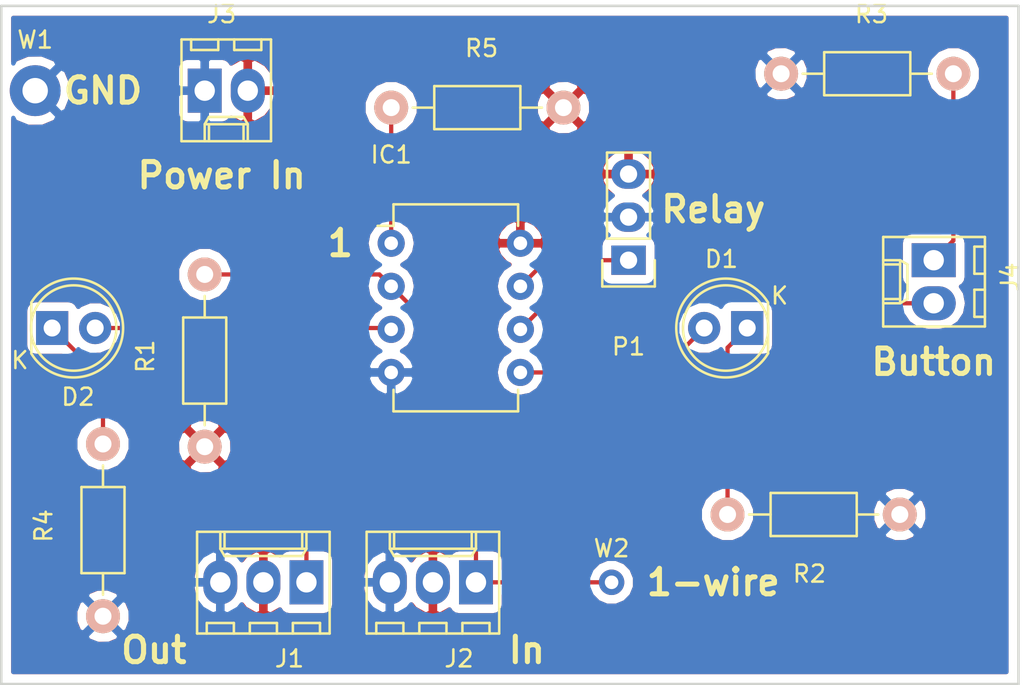
<source format=kicad_pcb>
(kicad_pcb (version 4) (host pcbnew 4.0.5+dfsg1-4)

  (general
    (links 26)
    (no_connects 0)
    (area 145.924999 100.924999 206.075001 141.075001)
    (thickness 1.6)
    (drawings 12)
    (tracks 26)
    (zones 0)
    (modules 15)
    (nets 12)
  )

  (page A4)
  (layers
    (0 F.Cu signal)
    (31 B.Cu signal)
    (32 B.Adhes user)
    (33 F.Adhes user)
    (34 B.Paste user)
    (35 F.Paste user)
    (36 B.SilkS user)
    (37 F.SilkS user)
    (38 B.Mask user)
    (39 F.Mask user)
    (40 Dwgs.User user)
    (41 Cmts.User user)
    (42 Eco1.User user)
    (43 Eco2.User user)
    (44 Edge.Cuts user)
    (45 Margin user)
    (46 B.CrtYd user)
    (47 F.CrtYd user)
    (48 B.Fab user)
    (49 F.Fab user)
  )

  (setup
    (last_trace_width 0.25)
    (trace_clearance 0.2)
    (zone_clearance 0.508)
    (zone_45_only no)
    (trace_min 0.2)
    (segment_width 0.2)
    (edge_width 0.15)
    (via_size 0.6)
    (via_drill 0.4)
    (via_min_size 0.4)
    (via_min_drill 0.3)
    (uvia_size 0.3)
    (uvia_drill 0.1)
    (uvias_allowed no)
    (uvia_min_size 0)
    (uvia_min_drill 0)
    (pcb_text_width 0.3)
    (pcb_text_size 1.5 1.5)
    (mod_edge_width 0.15)
    (mod_text_size 1 1)
    (mod_text_width 0.15)
    (pad_size 1.524 1.524)
    (pad_drill 0.762)
    (pad_to_mask_clearance 0.2)
    (aux_axis_origin 0 0)
    (visible_elements FFFFFF7F)
    (pcbplotparams
      (layerselection 0x00030_80000001)
      (usegerberextensions false)
      (excludeedgelayer true)
      (linewidth 0.100000)
      (plotframeref false)
      (viasonmask false)
      (mode 1)
      (useauxorigin false)
      (hpglpennumber 1)
      (hpglpenspeed 20)
      (hpglpendiameter 15)
      (hpglpenoverlay 2)
      (psnegative false)
      (psa4output false)
      (plotreference true)
      (plotvalue true)
      (plotinvisibletext false)
      (padsonsilk false)
      (subtractmaskfromsilk false)
      (outputformat 1)
      (mirror false)
      (drillshape 1)
      (scaleselection 1)
      (outputdirectory ""))
  )

  (net 0 "")
  (net 1 "Net-(D1-Pad1)")
  (net 2 "Net-(D1-Pad2)")
  (net 3 "Net-(D2-Pad1)")
  (net 4 "Net-(D2-Pad2)")
  (net 5 GND)
  (net 6 "Net-(IC1-Pad2)")
  (net 7 "Net-(IC1-Pad6)")
  (net 8 "Net-(IC1-Pad7)")
  (net 9 +5V)
  (net 10 "Net-(J4-Pad1)")
  (net 11 "Net-(IC1-Pad1)")

  (net_class Default "This is the default net class."
    (clearance 0.2)
    (trace_width 0.25)
    (via_dia 0.6)
    (via_drill 0.4)
    (uvia_dia 0.3)
    (uvia_drill 0.1)
    (add_net +5V)
    (add_net GND)
    (add_net "Net-(D1-Pad1)")
    (add_net "Net-(D1-Pad2)")
    (add_net "Net-(D2-Pad1)")
    (add_net "Net-(D2-Pad2)")
    (add_net "Net-(IC1-Pad1)")
    (add_net "Net-(IC1-Pad2)")
    (add_net "Net-(IC1-Pad6)")
    (add_net "Net-(IC1-Pad7)")
    (add_net "Net-(J4-Pad1)")
  )

  (module LEDs:LED-5MM (layer F.Cu) (tedit 5570F7EA) (tstamp 5B3AC031)
    (at 149 120)
    (descr "LED 5mm round vertical")
    (tags "LED 5mm round vertical")
    (path /5B2C6DB3)
    (fp_text reference D2 (at 1.524 4.064) (layer F.SilkS)
      (effects (font (size 1 1) (thickness 0.15)))
    )
    (fp_text value LED (at 1.524 -3.937) (layer F.Fab)
      (effects (font (size 1 1) (thickness 0.15)))
    )
    (fp_line (start -1.5 -1.55) (end -1.5 1.55) (layer F.CrtYd) (width 0.05))
    (fp_arc (start 1.3 0) (end -1.5 1.55) (angle -302) (layer F.CrtYd) (width 0.05))
    (fp_arc (start 1.27 0) (end -1.23 -1.5) (angle 297.5) (layer F.SilkS) (width 0.15))
    (fp_line (start -1.23 1.5) (end -1.23 -1.5) (layer F.SilkS) (width 0.15))
    (fp_circle (center 1.27 0) (end 0.97 -2.5) (layer F.SilkS) (width 0.15))
    (fp_text user K (at -1.905 1.905) (layer F.SilkS)
      (effects (font (size 1 1) (thickness 0.15)))
    )
    (pad 1 thru_hole rect (at 0 0 90) (size 2 1.9) (drill 1.00076) (layers *.Cu *.Mask)
      (net 3 "Net-(D2-Pad1)"))
    (pad 2 thru_hole circle (at 2.54 0) (size 1.9 1.9) (drill 1.00076) (layers *.Cu *.Mask)
      (net 4 "Net-(D2-Pad2)"))
    (model LEDs.3dshapes/LED-5MM.wrl
      (at (xyz 0.05 0 0))
      (scale (xyz 1 1 1))
      (rotate (xyz 0 0 90))
    )
  )

  (module Resistors_ThroughHole:Resistor_Horizontal_RM10mm (layer F.Cu) (tedit 56648415) (tstamp 5B3AC16D)
    (at 158 127 90)
    (descr "Resistor, Axial,  RM 10mm, 1/3W")
    (tags "Resistor Axial RM 10mm 1/3W")
    (path /5B2C1A2D)
    (fp_text reference R1 (at 5.32892 -3.50012 90) (layer F.SilkS)
      (effects (font (size 1 1) (thickness 0.15)))
    )
    (fp_text value 4.7k (at 5.08 3.81 90) (layer F.Fab)
      (effects (font (size 1 1) (thickness 0.15)))
    )
    (fp_line (start -1.25 -1.5) (end 11.4 -1.5) (layer F.CrtYd) (width 0.05))
    (fp_line (start -1.25 1.5) (end -1.25 -1.5) (layer F.CrtYd) (width 0.05))
    (fp_line (start 11.4 -1.5) (end 11.4 1.5) (layer F.CrtYd) (width 0.05))
    (fp_line (start -1.25 1.5) (end 11.4 1.5) (layer F.CrtYd) (width 0.05))
    (fp_line (start 2.54 -1.27) (end 7.62 -1.27) (layer F.SilkS) (width 0.15))
    (fp_line (start 7.62 -1.27) (end 7.62 1.27) (layer F.SilkS) (width 0.15))
    (fp_line (start 7.62 1.27) (end 2.54 1.27) (layer F.SilkS) (width 0.15))
    (fp_line (start 2.54 1.27) (end 2.54 -1.27) (layer F.SilkS) (width 0.15))
    (fp_line (start 2.54 0) (end 1.27 0) (layer F.SilkS) (width 0.15))
    (fp_line (start 7.62 0) (end 8.89 0) (layer F.SilkS) (width 0.15))
    (pad 1 thru_hole circle (at 0 0 90) (size 1.99898 1.99898) (drill 1.00076) (layers *.Cu *.SilkS *.Mask)
      (net 9 +5V))
    (pad 2 thru_hole circle (at 10.16 0 90) (size 1.99898 1.99898) (drill 1.00076) (layers *.Cu *.SilkS *.Mask)
      (net 6 "Net-(IC1-Pad2)"))
    (model Resistors_ThroughHole.3dshapes/Resistor_Horizontal_RM10mm.wrl
      (at (xyz 0.2 0 0))
      (scale (xyz 0.4 0.4 0.4))
      (rotate (xyz 0 0 0))
    )
  )

  (module Housings_DIP:DIP-8_W7.62mm (layer F.Cu) (tedit 54130A77) (tstamp 5B3AC15C)
    (at 169 115)
    (descr "8-lead dip package, row spacing 7.62 mm (300 mils)")
    (tags "dil dip 2.54 300")
    (path /5B2C05F1)
    (fp_text reference IC1 (at 0 -5.22) (layer F.SilkS)
      (effects (font (size 1 1) (thickness 0.15)))
    )
    (fp_text value ATTINY85-P (at 0 -3.72) (layer F.Fab)
      (effects (font (size 1 1) (thickness 0.15)))
    )
    (fp_line (start -1.05 -2.45) (end -1.05 10.1) (layer F.CrtYd) (width 0.05))
    (fp_line (start 8.65 -2.45) (end 8.65 10.1) (layer F.CrtYd) (width 0.05))
    (fp_line (start -1.05 -2.45) (end 8.65 -2.45) (layer F.CrtYd) (width 0.05))
    (fp_line (start -1.05 10.1) (end 8.65 10.1) (layer F.CrtYd) (width 0.05))
    (fp_line (start 0.135 -2.295) (end 0.135 -1.025) (layer F.SilkS) (width 0.15))
    (fp_line (start 7.485 -2.295) (end 7.485 -1.025) (layer F.SilkS) (width 0.15))
    (fp_line (start 7.485 9.915) (end 7.485 8.645) (layer F.SilkS) (width 0.15))
    (fp_line (start 0.135 9.915) (end 0.135 8.645) (layer F.SilkS) (width 0.15))
    (fp_line (start 0.135 -2.295) (end 7.485 -2.295) (layer F.SilkS) (width 0.15))
    (fp_line (start 0.135 9.915) (end 7.485 9.915) (layer F.SilkS) (width 0.15))
    (fp_line (start 0.135 -1.025) (end -0.8 -1.025) (layer F.SilkS) (width 0.15))
    (pad 1 thru_hole oval (at 0 0) (size 1.6 1.6) (drill 0.8) (layers *.Cu *.Mask)
      (net 11 "Net-(IC1-Pad1)"))
    (pad 2 thru_hole oval (at 0 2.54) (size 1.6 1.6) (drill 0.8) (layers *.Cu *.Mask)
      (net 6 "Net-(IC1-Pad2)"))
    (pad 3 thru_hole oval (at 0 5.08) (size 1.6 1.6) (drill 0.8) (layers *.Cu *.Mask)
      (net 4 "Net-(D2-Pad2)"))
    (pad 4 thru_hole oval (at 0 7.62) (size 1.6 1.6) (drill 0.8) (layers *.Cu *.Mask)
      (net 5 GND))
    (pad 5 thru_hole oval (at 7.62 7.62) (size 1.6 1.6) (drill 0.8) (layers *.Cu *.Mask)
      (net 2 "Net-(D1-Pad2)"))
    (pad 6 thru_hole oval (at 7.62 5.08) (size 1.6 1.6) (drill 0.8) (layers *.Cu *.Mask)
      (net 7 "Net-(IC1-Pad6)"))
    (pad 7 thru_hole oval (at 7.62 2.54) (size 1.6 1.6) (drill 0.8) (layers *.Cu *.Mask)
      (net 8 "Net-(IC1-Pad7)"))
    (pad 8 thru_hole oval (at 7.62 0) (size 1.6 1.6) (drill 0.8) (layers *.Cu *.Mask)
      (net 9 +5V))
    (model Housings_DIP.3dshapes/DIP-8_W7.62mm.wrl
      (at (xyz 0 0 0))
      (scale (xyz 1 1 1))
      (rotate (xyz 0 0 0))
    )
  )

  (module LEDs:LED-5MM (layer F.Cu) (tedit 5570F7EA) (tstamp 5B3AC02B)
    (at 190 120 180)
    (descr "LED 5mm round vertical")
    (tags "LED 5mm round vertical")
    (path /5B2C2B06)
    (fp_text reference D1 (at 1.524 4.064 180) (layer F.SilkS)
      (effects (font (size 1 1) (thickness 0.15)))
    )
    (fp_text value LED (at 1.524 -3.937 180) (layer F.Fab)
      (effects (font (size 1 1) (thickness 0.15)))
    )
    (fp_line (start -1.5 -1.55) (end -1.5 1.55) (layer F.CrtYd) (width 0.05))
    (fp_arc (start 1.3 0) (end -1.5 1.55) (angle -302) (layer F.CrtYd) (width 0.05))
    (fp_arc (start 1.27 0) (end -1.23 -1.5) (angle 297.5) (layer F.SilkS) (width 0.15))
    (fp_line (start -1.23 1.5) (end -1.23 -1.5) (layer F.SilkS) (width 0.15))
    (fp_circle (center 1.27 0) (end 0.97 -2.5) (layer F.SilkS) (width 0.15))
    (fp_text user K (at -1.905 1.905 180) (layer F.SilkS)
      (effects (font (size 1 1) (thickness 0.15)))
    )
    (pad 1 thru_hole rect (at 0 0 270) (size 2 1.9) (drill 1.00076) (layers *.Cu *.Mask)
      (net 1 "Net-(D1-Pad1)"))
    (pad 2 thru_hole circle (at 2.54 0 180) (size 1.9 1.9) (drill 1.00076) (layers *.Cu *.Mask)
      (net 2 "Net-(D1-Pad2)"))
    (model LEDs.3dshapes/LED-5MM.wrl
      (at (xyz 0.05 0 0))
      (scale (xyz 1 1 1))
      (rotate (xyz 0 0 90))
    )
  )

  (module Connectors_Molex:Molex_KK-6410-03_03x2.54mm_Straight (layer F.Cu) (tedit 56C6219D) (tstamp 5B3AC044)
    (at 164 135 180)
    (descr "Connector Headers with Friction Lock, 22-27-2031, http://www.molex.com/pdm_docs/sd/022272021_sd.pdf")
    (tags "connector molex kk_6410 22-27-2031")
    (path /5B2C0C70)
    (fp_text reference J1 (at 1 -4.5 180) (layer F.SilkS)
      (effects (font (size 1 1) (thickness 0.15)))
    )
    (fp_text value Outside (at 2.54 4.5 180) (layer F.Fab)
      (effects (font (size 1 1) (thickness 0.15)))
    )
    (fp_line (start -1.37 -3.02) (end -1.37 2.98) (layer F.SilkS) (width 0.15))
    (fp_line (start -1.37 2.98) (end 6.45 2.98) (layer F.SilkS) (width 0.15))
    (fp_line (start 6.45 2.98) (end 6.45 -3.02) (layer F.SilkS) (width 0.15))
    (fp_line (start 6.45 -3.02) (end -1.37 -3.02) (layer F.SilkS) (width 0.15))
    (fp_line (start 0 2.98) (end 0 1.98) (layer F.SilkS) (width 0.15))
    (fp_line (start 0 1.98) (end 5.08 1.98) (layer F.SilkS) (width 0.15))
    (fp_line (start 5.08 1.98) (end 5.08 2.98) (layer F.SilkS) (width 0.15))
    (fp_line (start 0 1.98) (end 0.25 1.55) (layer F.SilkS) (width 0.15))
    (fp_line (start 0.25 1.55) (end 4.83 1.55) (layer F.SilkS) (width 0.15))
    (fp_line (start 4.83 1.55) (end 5.08 1.98) (layer F.SilkS) (width 0.15))
    (fp_line (start 0.25 2.98) (end 0.25 1.98) (layer F.SilkS) (width 0.15))
    (fp_line (start 4.83 2.98) (end 4.83 1.98) (layer F.SilkS) (width 0.15))
    (fp_line (start -0.8 -3.02) (end -0.8 -2.4) (layer F.SilkS) (width 0.15))
    (fp_line (start -0.8 -2.4) (end 0.8 -2.4) (layer F.SilkS) (width 0.15))
    (fp_line (start 0.8 -2.4) (end 0.8 -3.02) (layer F.SilkS) (width 0.15))
    (fp_line (start 1.74 -3.02) (end 1.74 -2.4) (layer F.SilkS) (width 0.15))
    (fp_line (start 1.74 -2.4) (end 3.34 -2.4) (layer F.SilkS) (width 0.15))
    (fp_line (start 3.34 -2.4) (end 3.34 -3.02) (layer F.SilkS) (width 0.15))
    (fp_line (start 4.28 -3.02) (end 4.28 -2.4) (layer F.SilkS) (width 0.15))
    (fp_line (start 4.28 -2.4) (end 5.88 -2.4) (layer F.SilkS) (width 0.15))
    (fp_line (start 5.88 -2.4) (end 5.88 -3.02) (layer F.SilkS) (width 0.15))
    (fp_line (start -1.9 3.5) (end -1.9 -3.55) (layer F.CrtYd) (width 0.05))
    (fp_line (start -1.9 -3.55) (end 7 -3.55) (layer F.CrtYd) (width 0.05))
    (fp_line (start 7 -3.55) (end 7 3.5) (layer F.CrtYd) (width 0.05))
    (fp_line (start 7 3.5) (end -1.9 3.5) (layer F.CrtYd) (width 0.05))
    (pad 1 thru_hole rect (at 0 0 180) (size 2 2.6) (drill 1.2) (layers *.Cu *.Mask)
      (net 6 "Net-(IC1-Pad2)"))
    (pad 2 thru_hole oval (at 2.54 0 180) (size 2 2.6) (drill 1.2) (layers *.Cu *.Mask)
      (net 9 +5V))
    (pad 3 thru_hole oval (at 5.08 0 180) (size 2 2.6) (drill 1.2) (layers *.Cu *.Mask)
      (net 5 GND))
  )

  (module Connectors_Molex:Molex_KK-6410-03_03x2.54mm_Straight (layer F.Cu) (tedit 56C6219D) (tstamp 5B3AC04B)
    (at 174 135 180)
    (descr "Connector Headers with Friction Lock, 22-27-2031, http://www.molex.com/pdm_docs/sd/022272021_sd.pdf")
    (tags "connector molex kk_6410 22-27-2031")
    (path /5B2C0E62)
    (fp_text reference J2 (at 1 -4.5 180) (layer F.SilkS)
      (effects (font (size 1 1) (thickness 0.15)))
    )
    (fp_text value Inside (at 2.54 4.5 180) (layer F.Fab)
      (effects (font (size 1 1) (thickness 0.15)))
    )
    (fp_line (start -1.37 -3.02) (end -1.37 2.98) (layer F.SilkS) (width 0.15))
    (fp_line (start -1.37 2.98) (end 6.45 2.98) (layer F.SilkS) (width 0.15))
    (fp_line (start 6.45 2.98) (end 6.45 -3.02) (layer F.SilkS) (width 0.15))
    (fp_line (start 6.45 -3.02) (end -1.37 -3.02) (layer F.SilkS) (width 0.15))
    (fp_line (start 0 2.98) (end 0 1.98) (layer F.SilkS) (width 0.15))
    (fp_line (start 0 1.98) (end 5.08 1.98) (layer F.SilkS) (width 0.15))
    (fp_line (start 5.08 1.98) (end 5.08 2.98) (layer F.SilkS) (width 0.15))
    (fp_line (start 0 1.98) (end 0.25 1.55) (layer F.SilkS) (width 0.15))
    (fp_line (start 0.25 1.55) (end 4.83 1.55) (layer F.SilkS) (width 0.15))
    (fp_line (start 4.83 1.55) (end 5.08 1.98) (layer F.SilkS) (width 0.15))
    (fp_line (start 0.25 2.98) (end 0.25 1.98) (layer F.SilkS) (width 0.15))
    (fp_line (start 4.83 2.98) (end 4.83 1.98) (layer F.SilkS) (width 0.15))
    (fp_line (start -0.8 -3.02) (end -0.8 -2.4) (layer F.SilkS) (width 0.15))
    (fp_line (start -0.8 -2.4) (end 0.8 -2.4) (layer F.SilkS) (width 0.15))
    (fp_line (start 0.8 -2.4) (end 0.8 -3.02) (layer F.SilkS) (width 0.15))
    (fp_line (start 1.74 -3.02) (end 1.74 -2.4) (layer F.SilkS) (width 0.15))
    (fp_line (start 1.74 -2.4) (end 3.34 -2.4) (layer F.SilkS) (width 0.15))
    (fp_line (start 3.34 -2.4) (end 3.34 -3.02) (layer F.SilkS) (width 0.15))
    (fp_line (start 4.28 -3.02) (end 4.28 -2.4) (layer F.SilkS) (width 0.15))
    (fp_line (start 4.28 -2.4) (end 5.88 -2.4) (layer F.SilkS) (width 0.15))
    (fp_line (start 5.88 -2.4) (end 5.88 -3.02) (layer F.SilkS) (width 0.15))
    (fp_line (start -1.9 3.5) (end -1.9 -3.55) (layer F.CrtYd) (width 0.05))
    (fp_line (start -1.9 -3.55) (end 7 -3.55) (layer F.CrtYd) (width 0.05))
    (fp_line (start 7 -3.55) (end 7 3.5) (layer F.CrtYd) (width 0.05))
    (fp_line (start 7 3.5) (end -1.9 3.5) (layer F.CrtYd) (width 0.05))
    (pad 1 thru_hole rect (at 0 0 180) (size 2 2.6) (drill 1.2) (layers *.Cu *.Mask)
      (net 6 "Net-(IC1-Pad2)"))
    (pad 2 thru_hole oval (at 2.54 0 180) (size 2 2.6) (drill 1.2) (layers *.Cu *.Mask)
      (net 9 +5V))
    (pad 3 thru_hole oval (at 5.08 0 180) (size 2 2.6) (drill 1.2) (layers *.Cu *.Mask)
      (net 5 GND))
  )

  (module Connectors_Molex:Molex_KK-6410-02_02x2.54mm_Straight (layer F.Cu) (tedit 56C6219C) (tstamp 5B3AC051)
    (at 158 106)
    (descr "Connector Headers with Friction Lock, 22-27-2021, http://www.molex.com/pdm_docs/sd/022272021_sd.pdf")
    (tags "connector molex kk_6410 22-27-2021")
    (path /5B2C0851)
    (fp_text reference J3 (at 1 -4.5) (layer F.SilkS)
      (effects (font (size 1 1) (thickness 0.15)))
    )
    (fp_text value "Power In" (at 1.27 4.5) (layer F.Fab)
      (effects (font (size 1 1) (thickness 0.15)))
    )
    (fp_line (start -1.37 -3.02) (end -1.37 2.98) (layer F.SilkS) (width 0.15))
    (fp_line (start -1.37 2.98) (end 3.91 2.98) (layer F.SilkS) (width 0.15))
    (fp_line (start 3.91 2.98) (end 3.91 -3.02) (layer F.SilkS) (width 0.15))
    (fp_line (start 3.91 -3.02) (end -1.37 -3.02) (layer F.SilkS) (width 0.15))
    (fp_line (start 0 2.98) (end 0 1.98) (layer F.SilkS) (width 0.15))
    (fp_line (start 0 1.98) (end 2.54 1.98) (layer F.SilkS) (width 0.15))
    (fp_line (start 2.54 1.98) (end 2.54 2.98) (layer F.SilkS) (width 0.15))
    (fp_line (start 0 1.98) (end 0.25 1.55) (layer F.SilkS) (width 0.15))
    (fp_line (start 0.25 1.55) (end 2.29 1.55) (layer F.SilkS) (width 0.15))
    (fp_line (start 2.29 1.55) (end 2.54 1.98) (layer F.SilkS) (width 0.15))
    (fp_line (start 0.25 2.98) (end 0.25 1.98) (layer F.SilkS) (width 0.15))
    (fp_line (start 2.29 2.98) (end 2.29 1.98) (layer F.SilkS) (width 0.15))
    (fp_line (start -0.8 -3.02) (end -0.8 -2.4) (layer F.SilkS) (width 0.15))
    (fp_line (start -0.8 -2.4) (end 0.8 -2.4) (layer F.SilkS) (width 0.15))
    (fp_line (start 0.8 -2.4) (end 0.8 -3.02) (layer F.SilkS) (width 0.15))
    (fp_line (start 1.74 -3.02) (end 1.74 -2.4) (layer F.SilkS) (width 0.15))
    (fp_line (start 1.74 -2.4) (end 3.34 -2.4) (layer F.SilkS) (width 0.15))
    (fp_line (start 3.34 -2.4) (end 3.34 -3.02) (layer F.SilkS) (width 0.15))
    (fp_line (start -1.9 3.5) (end -1.9 -3.55) (layer F.CrtYd) (width 0.05))
    (fp_line (start -1.9 -3.55) (end 4.45 -3.55) (layer F.CrtYd) (width 0.05))
    (fp_line (start 4.45 -3.55) (end 4.45 3.5) (layer F.CrtYd) (width 0.05))
    (fp_line (start 4.45 3.5) (end -1.9 3.5) (layer F.CrtYd) (width 0.05))
    (pad 1 thru_hole rect (at 0 0) (size 2 2.6) (drill 1.2) (layers *.Cu *.Mask)
      (net 5 GND))
    (pad 2 thru_hole oval (at 2.54 0) (size 2 2.6) (drill 1.2) (layers *.Cu *.Mask)
      (net 9 +5V))
  )

  (module Connectors_Molex:Molex_KK-6410-02_02x2.54mm_Straight (layer F.Cu) (tedit 56C6219C) (tstamp 5B3AC057)
    (at 201 116 270)
    (descr "Connector Headers with Friction Lock, 22-27-2021, http://www.molex.com/pdm_docs/sd/022272021_sd.pdf")
    (tags "connector molex kk_6410 22-27-2021")
    (path /5B3AC4E4)
    (fp_text reference J4 (at 1 -4.5 270) (layer F.SilkS)
      (effects (font (size 1 1) (thickness 0.15)))
    )
    (fp_text value "Switch (case)" (at 1.27 4.5 270) (layer F.Fab)
      (effects (font (size 1 1) (thickness 0.15)))
    )
    (fp_line (start -1.37 -3.02) (end -1.37 2.98) (layer F.SilkS) (width 0.15))
    (fp_line (start -1.37 2.98) (end 3.91 2.98) (layer F.SilkS) (width 0.15))
    (fp_line (start 3.91 2.98) (end 3.91 -3.02) (layer F.SilkS) (width 0.15))
    (fp_line (start 3.91 -3.02) (end -1.37 -3.02) (layer F.SilkS) (width 0.15))
    (fp_line (start 0 2.98) (end 0 1.98) (layer F.SilkS) (width 0.15))
    (fp_line (start 0 1.98) (end 2.54 1.98) (layer F.SilkS) (width 0.15))
    (fp_line (start 2.54 1.98) (end 2.54 2.98) (layer F.SilkS) (width 0.15))
    (fp_line (start 0 1.98) (end 0.25 1.55) (layer F.SilkS) (width 0.15))
    (fp_line (start 0.25 1.55) (end 2.29 1.55) (layer F.SilkS) (width 0.15))
    (fp_line (start 2.29 1.55) (end 2.54 1.98) (layer F.SilkS) (width 0.15))
    (fp_line (start 0.25 2.98) (end 0.25 1.98) (layer F.SilkS) (width 0.15))
    (fp_line (start 2.29 2.98) (end 2.29 1.98) (layer F.SilkS) (width 0.15))
    (fp_line (start -0.8 -3.02) (end -0.8 -2.4) (layer F.SilkS) (width 0.15))
    (fp_line (start -0.8 -2.4) (end 0.8 -2.4) (layer F.SilkS) (width 0.15))
    (fp_line (start 0.8 -2.4) (end 0.8 -3.02) (layer F.SilkS) (width 0.15))
    (fp_line (start 1.74 -3.02) (end 1.74 -2.4) (layer F.SilkS) (width 0.15))
    (fp_line (start 1.74 -2.4) (end 3.34 -2.4) (layer F.SilkS) (width 0.15))
    (fp_line (start 3.34 -2.4) (end 3.34 -3.02) (layer F.SilkS) (width 0.15))
    (fp_line (start -1.9 3.5) (end -1.9 -3.55) (layer F.CrtYd) (width 0.05))
    (fp_line (start -1.9 -3.55) (end 4.45 -3.55) (layer F.CrtYd) (width 0.05))
    (fp_line (start 4.45 -3.55) (end 4.45 3.5) (layer F.CrtYd) (width 0.05))
    (fp_line (start 4.45 3.5) (end -1.9 3.5) (layer F.CrtYd) (width 0.05))
    (pad 1 thru_hole rect (at 0 0 270) (size 2 2.6) (drill 1.2) (layers *.Cu *.Mask)
      (net 10 "Net-(J4-Pad1)"))
    (pad 2 thru_hole oval (at 2.54 0 270) (size 2 2.6) (drill 1.2) (layers *.Cu *.Mask)
      (net 7 "Net-(IC1-Pad6)"))
  )

  (module Measurement_Points:Measurement_Point_Round-TH_Big (layer F.Cu) (tedit 56C35F03) (tstamp 5B3AC07B)
    (at 148 106)
    (descr "Mesurement Point, Round, Trough Hole,  DM 3mm, Drill 1.5mm,")
    (tags "Mesurement Point Round Trough Hole 3mm 1.5mm")
    (path /5B3ABFF2)
    (attr virtual)
    (fp_text reference W1 (at 0 -3) (layer F.SilkS)
      (effects (font (size 1 1) (thickness 0.15)))
    )
    (fp_text value "TP G" (at 0 3) (layer F.Fab)
      (effects (font (size 1 1) (thickness 0.15)))
    )
    (fp_circle (center 0 0) (end 1.75 0) (layer F.CrtYd) (width 0.05))
    (pad 1 thru_hole circle (at 0 0) (size 3 3) (drill 1.5) (layers *.Cu *.Mask)
      (net 5 GND))
  )

  (module Measurement_Points:Measurement_Point_Round-TH_Small (layer F.Cu) (tedit 56C35F63) (tstamp 5B3AC080)
    (at 182 135)
    (descr "Mesurement Point, Square, Trough Hole,  DM 1.5mm, Drill 0.8mm,")
    (tags "Mesurement Point Round Trough Hole 1.5mm Drill 0.8mm")
    (path /5B3AC3B7)
    (attr virtual)
    (fp_text reference W2 (at 0 -2) (layer F.SilkS)
      (effects (font (size 1 1) (thickness 0.15)))
    )
    (fp_text value "TP 1" (at 0 2) (layer F.Fab)
      (effects (font (size 1 1) (thickness 0.15)))
    )
    (fp_circle (center 0 0) (end 1 0) (layer F.CrtYd) (width 0.05))
    (pad 1 thru_hole circle (at 0 0) (size 1.5 1.5) (drill 0.8) (layers *.Cu *.Mask)
      (net 6 "Net-(IC1-Pad2)"))
  )

  (module Pin_Headers:Pin_Header_Straight_1x03 (layer F.Cu) (tedit 0) (tstamp 5B3AC167)
    (at 183 116 180)
    (descr "Through hole pin header")
    (tags "pin header")
    (path /5B2C24C9)
    (fp_text reference P1 (at 0 -5.1 180) (layer F.SilkS)
      (effects (font (size 1 1) (thickness 0.15)))
    )
    (fp_text value "120V Relay" (at 0 -3.1 180) (layer F.Fab)
      (effects (font (size 1 1) (thickness 0.15)))
    )
    (fp_line (start -1.75 -1.75) (end -1.75 6.85) (layer F.CrtYd) (width 0.05))
    (fp_line (start 1.75 -1.75) (end 1.75 6.85) (layer F.CrtYd) (width 0.05))
    (fp_line (start -1.75 -1.75) (end 1.75 -1.75) (layer F.CrtYd) (width 0.05))
    (fp_line (start -1.75 6.85) (end 1.75 6.85) (layer F.CrtYd) (width 0.05))
    (fp_line (start -1.27 1.27) (end -1.27 6.35) (layer F.SilkS) (width 0.15))
    (fp_line (start -1.27 6.35) (end 1.27 6.35) (layer F.SilkS) (width 0.15))
    (fp_line (start 1.27 6.35) (end 1.27 1.27) (layer F.SilkS) (width 0.15))
    (fp_line (start 1.55 -1.55) (end 1.55 0) (layer F.SilkS) (width 0.15))
    (fp_line (start 1.27 1.27) (end -1.27 1.27) (layer F.SilkS) (width 0.15))
    (fp_line (start -1.55 0) (end -1.55 -1.55) (layer F.SilkS) (width 0.15))
    (fp_line (start -1.55 -1.55) (end 1.55 -1.55) (layer F.SilkS) (width 0.15))
    (pad 1 thru_hole rect (at 0 0 180) (size 2.032 1.7272) (drill 1.016) (layers *.Cu *.Mask)
      (net 8 "Net-(IC1-Pad7)"))
    (pad 2 thru_hole oval (at 0 2.54 180) (size 2.032 1.7272) (drill 1.016) (layers *.Cu *.Mask)
      (net 5 GND))
    (pad 3 thru_hole oval (at 0 5.08 180) (size 2.032 1.7272) (drill 1.016) (layers *.Cu *.Mask)
      (net 9 +5V))
    (model Pin_Headers.3dshapes/Pin_Header_Straight_1x03.wrl
      (at (xyz 0 -0.1 0))
      (scale (xyz 1 1 1))
      (rotate (xyz 0 0 90))
    )
  )

  (module Resistors_ThroughHole:Resistor_Horizontal_RM10mm (layer F.Cu) (tedit 56648415) (tstamp 5B3AC172)
    (at 199 131 180)
    (descr "Resistor, Axial,  RM 10mm, 1/3W")
    (tags "Resistor Axial RM 10mm 1/3W")
    (path /5B2C2C1D)
    (fp_text reference R2 (at 5.32892 -3.50012 180) (layer F.SilkS)
      (effects (font (size 1 1) (thickness 0.15)))
    )
    (fp_text value 4.7k (at 5.08 3.81 180) (layer F.Fab)
      (effects (font (size 1 1) (thickness 0.15)))
    )
    (fp_line (start -1.25 -1.5) (end 11.4 -1.5) (layer F.CrtYd) (width 0.05))
    (fp_line (start -1.25 1.5) (end -1.25 -1.5) (layer F.CrtYd) (width 0.05))
    (fp_line (start 11.4 -1.5) (end 11.4 1.5) (layer F.CrtYd) (width 0.05))
    (fp_line (start -1.25 1.5) (end 11.4 1.5) (layer F.CrtYd) (width 0.05))
    (fp_line (start 2.54 -1.27) (end 7.62 -1.27) (layer F.SilkS) (width 0.15))
    (fp_line (start 7.62 -1.27) (end 7.62 1.27) (layer F.SilkS) (width 0.15))
    (fp_line (start 7.62 1.27) (end 2.54 1.27) (layer F.SilkS) (width 0.15))
    (fp_line (start 2.54 1.27) (end 2.54 -1.27) (layer F.SilkS) (width 0.15))
    (fp_line (start 2.54 0) (end 1.27 0) (layer F.SilkS) (width 0.15))
    (fp_line (start 7.62 0) (end 8.89 0) (layer F.SilkS) (width 0.15))
    (pad 1 thru_hole circle (at 0 0 180) (size 1.99898 1.99898) (drill 1.00076) (layers *.Cu *.SilkS *.Mask)
      (net 5 GND))
    (pad 2 thru_hole circle (at 10.16 0 180) (size 1.99898 1.99898) (drill 1.00076) (layers *.Cu *.SilkS *.Mask)
      (net 1 "Net-(D1-Pad1)"))
    (model Resistors_ThroughHole.3dshapes/Resistor_Horizontal_RM10mm.wrl
      (at (xyz 0.2 0 0))
      (scale (xyz 0.4 0.4 0.4))
      (rotate (xyz 0 0 0))
    )
  )

  (module Resistors_ThroughHole:Resistor_Horizontal_RM10mm (layer F.Cu) (tedit 56648415) (tstamp 5B3AC177)
    (at 192 105)
    (descr "Resistor, Axial,  RM 10mm, 1/3W")
    (tags "Resistor Axial RM 10mm 1/3W")
    (path /5B2C3096)
    (fp_text reference R3 (at 5.32892 -3.50012) (layer F.SilkS)
      (effects (font (size 1 1) (thickness 0.15)))
    )
    (fp_text value 4.7k (at 5.08 3.81) (layer F.Fab)
      (effects (font (size 1 1) (thickness 0.15)))
    )
    (fp_line (start -1.25 -1.5) (end 11.4 -1.5) (layer F.CrtYd) (width 0.05))
    (fp_line (start -1.25 1.5) (end -1.25 -1.5) (layer F.CrtYd) (width 0.05))
    (fp_line (start 11.4 -1.5) (end 11.4 1.5) (layer F.CrtYd) (width 0.05))
    (fp_line (start -1.25 1.5) (end 11.4 1.5) (layer F.CrtYd) (width 0.05))
    (fp_line (start 2.54 -1.27) (end 7.62 -1.27) (layer F.SilkS) (width 0.15))
    (fp_line (start 7.62 -1.27) (end 7.62 1.27) (layer F.SilkS) (width 0.15))
    (fp_line (start 7.62 1.27) (end 2.54 1.27) (layer F.SilkS) (width 0.15))
    (fp_line (start 2.54 1.27) (end 2.54 -1.27) (layer F.SilkS) (width 0.15))
    (fp_line (start 2.54 0) (end 1.27 0) (layer F.SilkS) (width 0.15))
    (fp_line (start 7.62 0) (end 8.89 0) (layer F.SilkS) (width 0.15))
    (pad 1 thru_hole circle (at 0 0) (size 1.99898 1.99898) (drill 1.00076) (layers *.Cu *.SilkS *.Mask)
      (net 5 GND))
    (pad 2 thru_hole circle (at 10.16 0) (size 1.99898 1.99898) (drill 1.00076) (layers *.Cu *.SilkS *.Mask)
      (net 10 "Net-(J4-Pad1)"))
    (model Resistors_ThroughHole.3dshapes/Resistor_Horizontal_RM10mm.wrl
      (at (xyz 0.2 0 0))
      (scale (xyz 0.4 0.4 0.4))
      (rotate (xyz 0 0 0))
    )
  )

  (module Resistors_ThroughHole:Resistor_Horizontal_RM10mm (layer F.Cu) (tedit 56648415) (tstamp 5B3AC17C)
    (at 152 137 90)
    (descr "Resistor, Axial,  RM 10mm, 1/3W")
    (tags "Resistor Axial RM 10mm 1/3W")
    (path /5B2C6E0C)
    (fp_text reference R4 (at 5.32892 -3.50012 90) (layer F.SilkS)
      (effects (font (size 1 1) (thickness 0.15)))
    )
    (fp_text value 4.7k (at 5.08 3.81 90) (layer F.Fab)
      (effects (font (size 1 1) (thickness 0.15)))
    )
    (fp_line (start -1.25 -1.5) (end 11.4 -1.5) (layer F.CrtYd) (width 0.05))
    (fp_line (start -1.25 1.5) (end -1.25 -1.5) (layer F.CrtYd) (width 0.05))
    (fp_line (start 11.4 -1.5) (end 11.4 1.5) (layer F.CrtYd) (width 0.05))
    (fp_line (start -1.25 1.5) (end 11.4 1.5) (layer F.CrtYd) (width 0.05))
    (fp_line (start 2.54 -1.27) (end 7.62 -1.27) (layer F.SilkS) (width 0.15))
    (fp_line (start 7.62 -1.27) (end 7.62 1.27) (layer F.SilkS) (width 0.15))
    (fp_line (start 7.62 1.27) (end 2.54 1.27) (layer F.SilkS) (width 0.15))
    (fp_line (start 2.54 1.27) (end 2.54 -1.27) (layer F.SilkS) (width 0.15))
    (fp_line (start 2.54 0) (end 1.27 0) (layer F.SilkS) (width 0.15))
    (fp_line (start 7.62 0) (end 8.89 0) (layer F.SilkS) (width 0.15))
    (pad 1 thru_hole circle (at 0 0 90) (size 1.99898 1.99898) (drill 1.00076) (layers *.Cu *.SilkS *.Mask)
      (net 5 GND))
    (pad 2 thru_hole circle (at 10.16 0 90) (size 1.99898 1.99898) (drill 1.00076) (layers *.Cu *.SilkS *.Mask)
      (net 3 "Net-(D2-Pad1)"))
    (model Resistors_ThroughHole.3dshapes/Resistor_Horizontal_RM10mm.wrl
      (at (xyz 0.2 0 0))
      (scale (xyz 0.4 0.4 0.4))
      (rotate (xyz 0 0 0))
    )
  )

  (module Resistors_ThroughHole:Resistor_Horizontal_RM10mm (layer F.Cu) (tedit 56648415) (tstamp 5B3AC704)
    (at 169 107)
    (descr "Resistor, Axial,  RM 10mm, 1/3W")
    (tags "Resistor Axial RM 10mm 1/3W")
    (path /5B3ACB7B)
    (fp_text reference R5 (at 5.32892 -3.50012) (layer F.SilkS)
      (effects (font (size 1 1) (thickness 0.15)))
    )
    (fp_text value 4.7k (at 5.08 3.81) (layer F.Fab)
      (effects (font (size 1 1) (thickness 0.15)))
    )
    (fp_line (start -1.25 -1.5) (end 11.4 -1.5) (layer F.CrtYd) (width 0.05))
    (fp_line (start -1.25 1.5) (end -1.25 -1.5) (layer F.CrtYd) (width 0.05))
    (fp_line (start 11.4 -1.5) (end 11.4 1.5) (layer F.CrtYd) (width 0.05))
    (fp_line (start -1.25 1.5) (end 11.4 1.5) (layer F.CrtYd) (width 0.05))
    (fp_line (start 2.54 -1.27) (end 7.62 -1.27) (layer F.SilkS) (width 0.15))
    (fp_line (start 7.62 -1.27) (end 7.62 1.27) (layer F.SilkS) (width 0.15))
    (fp_line (start 7.62 1.27) (end 2.54 1.27) (layer F.SilkS) (width 0.15))
    (fp_line (start 2.54 1.27) (end 2.54 -1.27) (layer F.SilkS) (width 0.15))
    (fp_line (start 2.54 0) (end 1.27 0) (layer F.SilkS) (width 0.15))
    (fp_line (start 7.62 0) (end 8.89 0) (layer F.SilkS) (width 0.15))
    (pad 1 thru_hole circle (at 0 0) (size 1.99898 1.99898) (drill 1.00076) (layers *.Cu *.SilkS *.Mask)
      (net 11 "Net-(IC1-Pad1)"))
    (pad 2 thru_hole circle (at 10.16 0) (size 1.99898 1.99898) (drill 1.00076) (layers *.Cu *.SilkS *.Mask)
      (net 9 +5V))
    (model Resistors_ThroughHole.3dshapes/Resistor_Horizontal_RM10mm.wrl
      (at (xyz 0.2 0 0))
      (scale (xyz 0.4 0.4 0.4))
      (rotate (xyz 0 0 0))
    )
  )

  (gr_text "Power In" (at 159 111) (layer F.SilkS)
    (effects (font (size 1.5 1.5) (thickness 0.3)))
  )
  (gr_text Relay (at 188 113) (layer F.SilkS)
    (effects (font (size 1.5 1.5) (thickness 0.3)))
  )
  (gr_text 1-wire (at 188 135) (layer F.SilkS)
    (effects (font (size 1.5 1.5) (thickness 0.3)))
  )
  (gr_text GND (at 152 106) (layer F.SilkS)
    (effects (font (size 1.5 1.5) (thickness 0.3)))
  )
  (gr_text 1 (at 166 115) (layer F.SilkS)
    (effects (font (size 1.5 1.5) (thickness 0.3)))
  )
  (gr_text In (at 177 139) (layer F.SilkS)
    (effects (font (size 1.5 1.5) (thickness 0.3)))
  )
  (gr_text Out (at 155 139) (layer F.SilkS)
    (effects (font (size 1.5 1.5) (thickness 0.3)))
  )
  (gr_text Button (at 201 122) (layer F.SilkS)
    (effects (font (size 1.5 1.5) (thickness 0.3)))
  )
  (gr_line (start 146 141) (end 146 101) (angle 90) (layer Edge.Cuts) (width 0.15))
  (gr_line (start 206 141) (end 146 141) (angle 90) (layer Edge.Cuts) (width 0.15))
  (gr_line (start 206 101) (end 206 141) (angle 90) (layer Edge.Cuts) (width 0.15))
  (gr_line (start 146 101) (end 206 101) (angle 90) (layer Edge.Cuts) (width 0.15))

  (segment (start 188.84 131) (end 188.84 121.16) (width 0.25) (layer F.Cu) (net 1))
  (segment (start 188.84 121.16) (end 190 120) (width 0.25) (layer F.Cu) (net 1) (tstamp 5B3AC711))
  (segment (start 176.62 122.62) (end 184.84 122.62) (width 0.25) (layer F.Cu) (net 2))
  (segment (start 184.84 122.62) (end 187.46 120) (width 0.25) (layer F.Cu) (net 2) (tstamp 5B3AC8D1))
  (segment (start 152 126.84) (end 152 123) (width 0.25) (layer F.Cu) (net 3))
  (segment (start 152 123) (end 149 120) (width 0.25) (layer F.Cu) (net 3) (tstamp 5B3AC74C))
  (segment (start 151.54 120) (end 168.92 120) (width 0.25) (layer F.Cu) (net 4))
  (segment (start 168.92 120) (end 169 120.08) (width 0.25) (layer F.Cu) (net 4) (tstamp 5B3AC5B5))
  (segment (start 164 135) (end 164 130) (width 0.25) (layer F.Cu) (net 6))
  (segment (start 166 128) (end 174 128) (width 0.25) (layer F.Cu) (net 6) (tstamp 5B3AC737))
  (segment (start 164 130) (end 166 128) (width 0.25) (layer F.Cu) (net 6) (tstamp 5B3AC734))
  (segment (start 174 135) (end 174 128) (width 0.25) (layer F.Cu) (net 6))
  (segment (start 174 128) (end 174 122.54) (width 0.25) (layer F.Cu) (net 6) (tstamp 5B3AC73B))
  (segment (start 174 122.54) (end 169 117.54) (width 0.25) (layer F.Cu) (net 6) (tstamp 5B3AC723))
  (segment (start 174 135) (end 182 135) (width 0.25) (layer F.Cu) (net 6))
  (segment (start 158 116.84) (end 168.3 116.84) (width 0.25) (layer F.Cu) (net 6))
  (segment (start 168.3 116.84) (end 169 117.54) (width 0.25) (layer F.Cu) (net 6) (tstamp 5B3AC56C))
  (segment (start 201 118.54) (end 194.54 118.54) (width 0.25) (layer F.Cu) (net 7))
  (segment (start 178.7 118) (end 176.62 120.08) (width 0.25) (layer F.Cu) (net 7) (tstamp 5B3AC718))
  (segment (start 194 118) (end 178.7 118) (width 0.25) (layer F.Cu) (net 7) (tstamp 5B3AC717))
  (segment (start 194.54 118.54) (end 194 118) (width 0.25) (layer F.Cu) (net 7) (tstamp 5B3AC715))
  (segment (start 183 116) (end 178.16 116) (width 0.25) (layer F.Cu) (net 8))
  (segment (start 178.16 116) (end 176.62 117.54) (width 0.25) (layer F.Cu) (net 8) (tstamp 5B3AC70D))
  (segment (start 202.16 105) (end 202.16 114.84) (width 0.25) (layer F.Cu) (net 10))
  (segment (start 202.16 114.84) (end 201 116) (width 0.25) (layer F.Cu) (net 10) (tstamp 5B3AC758))
  (segment (start 169 107) (end 169 115) (width 0.25) (layer F.Cu) (net 11))

  (zone (net 9) (net_name +5V) (layer F.Cu) (tstamp 5B3AC7A5) (hatch edge 0.508)
    (connect_pads (clearance 0.508))
    (min_thickness 0.254)
    (fill yes (arc_segments 16) (thermal_gap 0.508) (thermal_bridge_width 0.508))
    (polygon
      (pts
        (xy 206 141) (xy 146 141) (xy 146 101) (xy 206 101)
      )
    )
    (filled_polygon
      (pts
        (xy 205.29 140.29) (xy 146.71 140.29) (xy 146.71 137.323694) (xy 150.365226 137.323694) (xy 150.613538 137.924655)
        (xy 151.072927 138.384846) (xy 151.673453 138.634206) (xy 152.323694 138.634774) (xy 152.924655 138.386462) (xy 153.384846 137.927073)
        (xy 153.634206 137.326547) (xy 153.634774 136.676306) (xy 153.386462 136.075345) (xy 152.927073 135.615154) (xy 152.326547 135.365794)
        (xy 151.676306 135.365226) (xy 151.075345 135.613538) (xy 150.615154 136.072927) (xy 150.365794 136.673453) (xy 150.365226 137.323694)
        (xy 146.71 137.323694) (xy 146.71 134.662091) (xy 157.285 134.662091) (xy 157.285 135.337909) (xy 157.409457 135.963596)
        (xy 157.76388 136.494029) (xy 158.294313 136.848452) (xy 158.92 136.972909) (xy 159.545687 136.848452) (xy 160.07612 136.494029)
        (xy 160.203219 136.303812) (xy 160.393683 136.545922) (xy 160.951645 136.859144) (xy 161.079566 136.890124) (xy 161.333 136.770777)
        (xy 161.333 135.127) (xy 161.313 135.127) (xy 161.313 134.873) (xy 161.333 134.873) (xy 161.333 133.229223)
        (xy 161.079566 133.109876) (xy 160.951645 133.140856) (xy 160.393683 133.454078) (xy 160.203219 133.696188) (xy 160.07612 133.505971)
        (xy 159.545687 133.151548) (xy 158.92 133.027091) (xy 158.294313 133.151548) (xy 157.76388 133.505971) (xy 157.409457 134.036404)
        (xy 157.285 134.662091) (xy 146.71 134.662091) (xy 146.71 119) (xy 147.40256 119) (xy 147.40256 121)
        (xy 147.446838 121.235317) (xy 147.58591 121.451441) (xy 147.79811 121.596431) (xy 148.05 121.64744) (xy 149.572638 121.64744)
        (xy 151.24 123.314802) (xy 151.24 125.385504) (xy 151.075345 125.453538) (xy 150.615154 125.912927) (xy 150.365794 126.513453)
        (xy 150.365226 127.163694) (xy 150.613538 127.764655) (xy 151.072927 128.224846) (xy 151.673453 128.474206) (xy 152.323694 128.474774)
        (xy 152.924655 128.226462) (xy 152.999083 128.152163) (xy 157.027443 128.152163) (xy 157.126042 128.418965) (xy 157.735582 128.645401)
        (xy 158.385377 128.621341) (xy 158.873958 128.418965) (xy 158.972557 128.152163) (xy 158 127.179605) (xy 157.027443 128.152163)
        (xy 152.999083 128.152163) (xy 153.384846 127.767073) (xy 153.634206 127.166547) (xy 153.634582 126.735582) (xy 156.354599 126.735582)
        (xy 156.378659 127.385377) (xy 156.581035 127.873958) (xy 156.847837 127.972557) (xy 157.820395 127) (xy 158.179605 127)
        (xy 159.152163 127.972557) (xy 159.418965 127.873958) (xy 159.645401 127.264418) (xy 159.621341 126.614623) (xy 159.418965 126.126042)
        (xy 159.152163 126.027443) (xy 158.179605 127) (xy 157.820395 127) (xy 156.847837 126.027443) (xy 156.581035 126.126042)
        (xy 156.354599 126.735582) (xy 153.634582 126.735582) (xy 153.634774 126.516306) (xy 153.386462 125.915345) (xy 153.319072 125.847837)
        (xy 157.027443 125.847837) (xy 158 126.820395) (xy 158.972557 125.847837) (xy 158.873958 125.581035) (xy 158.264418 125.354599)
        (xy 157.614623 125.378659) (xy 157.126042 125.581035) (xy 157.027443 125.847837) (xy 153.319072 125.847837) (xy 152.927073 125.455154)
        (xy 152.76 125.385779) (xy 152.76 123) (xy 152.702148 122.709161) (xy 152.537401 122.462599) (xy 151.659907 121.585105)
        (xy 151.853893 121.585275) (xy 152.436657 121.344481) (xy 152.882914 120.899003) (xy 152.940633 120.76) (xy 167.733551 120.76)
        (xy 167.957189 121.094698) (xy 168.339275 121.35) (xy 167.957189 121.605302) (xy 167.64612 122.070849) (xy 167.536887 122.62)
        (xy 167.64612 123.169151) (xy 167.957189 123.634698) (xy 168.422736 123.945767) (xy 168.971887 124.055) (xy 169.028113 124.055)
        (xy 169.577264 123.945767) (xy 170.042811 123.634698) (xy 170.35388 123.169151) (xy 170.463113 122.62) (xy 170.35388 122.070849)
        (xy 170.042811 121.605302) (xy 169.660725 121.35) (xy 170.042811 121.094698) (xy 170.35388 120.629151) (xy 170.463113 120.08)
        (xy 170.462595 120.077397) (xy 173.24 122.854802) (xy 173.24 127.24) (xy 166 127.24) (xy 165.709161 127.297852)
        (xy 165.462599 127.462599) (xy 163.462599 129.462599) (xy 163.297852 129.709161) (xy 163.24 130) (xy 163.24 133.05256)
        (xy 163 133.05256) (xy 162.764683 133.096838) (xy 162.548559 133.23591) (xy 162.434651 133.40262) (xy 161.968355 133.140856)
        (xy 161.840434 133.109876) (xy 161.587 133.229223) (xy 161.587 134.873) (xy 161.607 134.873) (xy 161.607 135.127)
        (xy 161.587 135.127) (xy 161.587 136.770777) (xy 161.840434 136.890124) (xy 161.968355 136.859144) (xy 162.436211 136.596505)
        (xy 162.53591 136.751441) (xy 162.74811 136.896431) (xy 163 136.94744) (xy 165 136.94744) (xy 165.235317 136.903162)
        (xy 165.451441 136.76409) (xy 165.596431 136.55189) (xy 165.64744 136.3) (xy 165.64744 134.662091) (xy 167.285 134.662091)
        (xy 167.285 135.337909) (xy 167.409457 135.963596) (xy 167.76388 136.494029) (xy 168.294313 136.848452) (xy 168.92 136.972909)
        (xy 169.545687 136.848452) (xy 170.07612 136.494029) (xy 170.203219 136.303812) (xy 170.393683 136.545922) (xy 170.951645 136.859144)
        (xy 171.079566 136.890124) (xy 171.333 136.770777) (xy 171.333 135.127) (xy 171.313 135.127) (xy 171.313 134.873)
        (xy 171.333 134.873) (xy 171.333 133.229223) (xy 171.079566 133.109876) (xy 170.951645 133.140856) (xy 170.393683 133.454078)
        (xy 170.203219 133.696188) (xy 170.07612 133.505971) (xy 169.545687 133.151548) (xy 168.92 133.027091) (xy 168.294313 133.151548)
        (xy 167.76388 133.505971) (xy 167.409457 134.036404) (xy 167.285 134.662091) (xy 165.64744 134.662091) (xy 165.64744 133.7)
        (xy 165.603162 133.464683) (xy 165.46409 133.248559) (xy 165.25189 133.103569) (xy 165 133.05256) (xy 164.76 133.05256)
        (xy 164.76 130.314802) (xy 166.314802 128.76) (xy 173.24 128.76) (xy 173.24 133.05256) (xy 173 133.05256)
        (xy 172.764683 133.096838) (xy 172.548559 133.23591) (xy 172.434651 133.40262) (xy 171.968355 133.140856) (xy 171.840434 133.109876)
        (xy 171.587 133.229223) (xy 171.587 134.873) (xy 171.607 134.873) (xy 171.607 135.127) (xy 171.587 135.127)
        (xy 171.587 136.770777) (xy 171.840434 136.890124) (xy 171.968355 136.859144) (xy 172.436211 136.596505) (xy 172.53591 136.751441)
        (xy 172.74811 136.896431) (xy 173 136.94744) (xy 175 136.94744) (xy 175.235317 136.903162) (xy 175.451441 136.76409)
        (xy 175.596431 136.55189) (xy 175.64744 136.3) (xy 175.64744 135.76) (xy 180.815453 135.76) (xy 180.825169 135.783515)
        (xy 181.214436 136.173461) (xy 181.723298 136.384759) (xy 182.274285 136.38524) (xy 182.783515 136.174831) (xy 183.173461 135.785564)
        (xy 183.384759 135.276702) (xy 183.38524 134.725715) (xy 183.174831 134.216485) (xy 182.785564 133.826539) (xy 182.276702 133.615241)
        (xy 181.725715 133.61476) (xy 181.216485 133.825169) (xy 180.826539 134.214436) (xy 180.815924 134.24) (xy 175.64744 134.24)
        (xy 175.64744 133.7) (xy 175.603162 133.464683) (xy 175.46409 133.248559) (xy 175.25189 133.103569) (xy 175 133.05256)
        (xy 174.76 133.05256) (xy 174.76 122.54) (xy 174.702148 122.249161) (xy 174.537401 122.002599) (xy 170.398688 117.863886)
        (xy 170.463113 117.54) (xy 175.156887 117.54) (xy 175.26612 118.089151) (xy 175.577189 118.554698) (xy 175.959275 118.81)
        (xy 175.577189 119.065302) (xy 175.26612 119.530849) (xy 175.156887 120.08) (xy 175.26612 120.629151) (xy 175.577189 121.094698)
        (xy 175.959275 121.35) (xy 175.577189 121.605302) (xy 175.26612 122.070849) (xy 175.156887 122.62) (xy 175.26612 123.169151)
        (xy 175.577189 123.634698) (xy 176.042736 123.945767) (xy 176.591887 124.055) (xy 176.648113 124.055) (xy 177.197264 123.945767)
        (xy 177.662811 123.634698) (xy 177.832995 123.38) (xy 184.84 123.38) (xy 185.130839 123.322148) (xy 185.377401 123.157401)
        (xy 187.006782 121.52802) (xy 187.143341 121.584724) (xy 187.773893 121.585275) (xy 188.08 121.458794) (xy 188.08 129.545504)
        (xy 187.915345 129.613538) (xy 187.455154 130.072927) (xy 187.205794 130.673453) (xy 187.205226 131.323694) (xy 187.453538 131.924655)
        (xy 187.912927 132.384846) (xy 188.513453 132.634206) (xy 189.163694 132.634774) (xy 189.764655 132.386462) (xy 190.224846 131.927073)
        (xy 190.474206 131.326547) (xy 190.474208 131.323694) (xy 197.365226 131.323694) (xy 197.613538 131.924655) (xy 198.072927 132.384846)
        (xy 198.673453 132.634206) (xy 199.323694 132.634774) (xy 199.924655 132.386462) (xy 200.384846 131.927073) (xy 200.634206 131.326547)
        (xy 200.634774 130.676306) (xy 200.386462 130.075345) (xy 199.927073 129.615154) (xy 199.326547 129.365794) (xy 198.676306 129.365226)
        (xy 198.075345 129.613538) (xy 197.615154 130.072927) (xy 197.365794 130.673453) (xy 197.365226 131.323694) (xy 190.474208 131.323694)
        (xy 190.474774 130.676306) (xy 190.226462 130.075345) (xy 189.767073 129.615154) (xy 189.6 129.545779) (xy 189.6 121.64744)
        (xy 190.95 121.64744) (xy 191.185317 121.603162) (xy 191.401441 121.46409) (xy 191.546431 121.25189) (xy 191.59744 121)
        (xy 191.59744 119) (xy 191.553162 118.764683) (xy 191.550149 118.76) (xy 193.685198 118.76) (xy 194.002599 119.077401)
        (xy 194.24916 119.242148) (xy 194.54 119.3) (xy 199.241293 119.3) (xy 199.505971 119.69612) (xy 200.036404 120.050543)
        (xy 200.662091 120.175) (xy 201.337909 120.175) (xy 201.963596 120.050543) (xy 202.494029 119.69612) (xy 202.848452 119.165687)
        (xy 202.972909 118.54) (xy 202.848452 117.914313) (xy 202.608907 117.555808) (xy 202.751441 117.46409) (xy 202.896431 117.25189)
        (xy 202.94744 117) (xy 202.94744 115) (xy 202.91863 114.846888) (xy 202.92 114.84) (xy 202.92 106.454496)
        (xy 203.084655 106.386462) (xy 203.544846 105.927073) (xy 203.794206 105.326547) (xy 203.794774 104.676306) (xy 203.546462 104.075345)
        (xy 203.087073 103.615154) (xy 202.486547 103.365794) (xy 201.836306 103.365226) (xy 201.235345 103.613538) (xy 200.775154 104.072927)
        (xy 200.525794 104.673453) (xy 200.525226 105.323694) (xy 200.773538 105.924655) (xy 201.232927 106.384846) (xy 201.4 106.454221)
        (xy 201.4 114.35256) (xy 199.7 114.35256) (xy 199.464683 114.396838) (xy 199.248559 114.53591) (xy 199.103569 114.74811)
        (xy 199.05256 115) (xy 199.05256 117) (xy 199.096838 117.235317) (xy 199.23591 117.451441) (xy 199.390329 117.556951)
        (xy 199.241293 117.78) (xy 194.854802 117.78) (xy 194.537401 117.462599) (xy 194.290839 117.297852) (xy 194 117.24)
        (xy 184.527357 117.24) (xy 184.612431 117.11549) (xy 184.66344 116.8636) (xy 184.66344 115.1364) (xy 184.619162 114.901083)
        (xy 184.48009 114.684959) (xy 184.26789 114.539969) (xy 184.226561 114.5316) (xy 184.244415 114.51967) (xy 184.569271 114.033489)
        (xy 184.683345 113.46) (xy 184.569271 112.886511) (xy 184.244415 112.40033) (xy 183.934931 112.193539) (xy 184.350732 111.822036)
        (xy 184.604709 111.294791) (xy 184.607358 111.279026) (xy 184.486217 111.047) (xy 183.127 111.047) (xy 183.127 111.067)
        (xy 182.873 111.067) (xy 182.873 111.047) (xy 181.513783 111.047) (xy 181.392642 111.279026) (xy 181.395291 111.294791)
        (xy 181.649268 111.822036) (xy 182.065069 112.193539) (xy 181.755585 112.40033) (xy 181.430729 112.886511) (xy 181.316655 113.46)
        (xy 181.430729 114.033489) (xy 181.755585 114.51967) (xy 181.769913 114.529243) (xy 181.748683 114.533238) (xy 181.532559 114.67231)
        (xy 181.387569 114.88451) (xy 181.33656 115.1364) (xy 181.33656 115.24) (xy 178.16 115.24) (xy 177.97249 115.277298)
        (xy 177.889915 115.127) (xy 176.747 115.127) (xy 176.747 115.147) (xy 176.493 115.147) (xy 176.493 115.127)
        (xy 175.350085 115.127) (xy 175.228096 115.349039) (xy 175.388959 115.737423) (xy 175.764866 116.152389) (xy 175.981703 116.255014)
        (xy 175.577189 116.525302) (xy 175.26612 116.990849) (xy 175.156887 117.54) (xy 170.463113 117.54) (xy 170.35388 116.990849)
        (xy 170.042811 116.525302) (xy 169.660725 116.27) (xy 170.042811 116.014698) (xy 170.35388 115.549151) (xy 170.463113 115)
        (xy 170.393685 114.650961) (xy 175.228096 114.650961) (xy 175.350085 114.873) (xy 176.493 114.873) (xy 176.493 113.729371)
        (xy 176.747 113.729371) (xy 176.747 114.873) (xy 177.889915 114.873) (xy 178.011904 114.650961) (xy 177.851041 114.262577)
        (xy 177.475134 113.847611) (xy 176.969041 113.608086) (xy 176.747 113.729371) (xy 176.493 113.729371) (xy 176.270959 113.608086)
        (xy 175.764866 113.847611) (xy 175.388959 114.262577) (xy 175.228096 114.650961) (xy 170.393685 114.650961) (xy 170.35388 114.450849)
        (xy 170.042811 113.985302) (xy 169.76 113.796333) (xy 169.76 110.560974) (xy 181.392642 110.560974) (xy 181.513783 110.793)
        (xy 182.873 110.793) (xy 182.873 109.579076) (xy 183.127 109.579076) (xy 183.127 110.793) (xy 184.486217 110.793)
        (xy 184.607358 110.560974) (xy 184.604709 110.545209) (xy 184.350732 110.017964) (xy 183.91432 109.628046) (xy 183.361913 109.434816)
        (xy 183.127 109.579076) (xy 182.873 109.579076) (xy 182.638087 109.434816) (xy 182.08568 109.628046) (xy 181.649268 110.017964)
        (xy 181.395291 110.545209) (xy 181.392642 110.560974) (xy 169.76 110.560974) (xy 169.76 108.454496) (xy 169.924655 108.386462)
        (xy 170.159363 108.152163) (xy 178.187443 108.152163) (xy 178.286042 108.418965) (xy 178.895582 108.645401) (xy 179.545377 108.621341)
        (xy 180.033958 108.418965) (xy 180.132557 108.152163) (xy 179.16 107.179605) (xy 178.187443 108.152163) (xy 170.159363 108.152163)
        (xy 170.384846 107.927073) (xy 170.634206 107.326547) (xy 170.634722 106.735582) (xy 177.514599 106.735582) (xy 177.538659 107.385377)
        (xy 177.741035 107.873958) (xy 178.007837 107.972557) (xy 178.980395 107) (xy 179.339605 107) (xy 180.312163 107.972557)
        (xy 180.578965 107.873958) (xy 180.805401 107.264418) (xy 180.781341 106.614623) (xy 180.578965 106.126042) (xy 180.312163 106.027443)
        (xy 179.339605 107) (xy 178.980395 107) (xy 178.007837 106.027443) (xy 177.741035 106.126042) (xy 177.514599 106.735582)
        (xy 170.634722 106.735582) (xy 170.634774 106.676306) (xy 170.386462 106.075345) (xy 170.159351 105.847837) (xy 178.187443 105.847837)
        (xy 179.16 106.820395) (xy 180.132557 105.847837) (xy 180.033958 105.581035) (xy 179.424418 105.354599) (xy 178.774623 105.378659)
        (xy 178.286042 105.581035) (xy 178.187443 105.847837) (xy 170.159351 105.847837) (xy 169.927073 105.615154) (xy 169.326547 105.365794)
        (xy 168.676306 105.365226) (xy 168.075345 105.613538) (xy 167.615154 106.072927) (xy 167.365794 106.673453) (xy 167.365226 107.323694)
        (xy 167.613538 107.924655) (xy 168.072927 108.384846) (xy 168.24 108.454221) (xy 168.24 113.796333) (xy 167.957189 113.985302)
        (xy 167.64612 114.450849) (xy 167.536887 115) (xy 167.64612 115.549151) (xy 167.957189 116.014698) (xy 168.05492 116.08)
        (xy 159.454496 116.08) (xy 159.386462 115.915345) (xy 158.927073 115.455154) (xy 158.326547 115.205794) (xy 157.676306 115.205226)
        (xy 157.075345 115.453538) (xy 156.615154 115.912927) (xy 156.365794 116.513453) (xy 156.365226 117.163694) (xy 156.613538 117.764655)
        (xy 157.072927 118.224846) (xy 157.673453 118.474206) (xy 158.323694 118.474774) (xy 158.924655 118.226462) (xy 159.384846 117.767073)
        (xy 159.454221 117.6) (xy 167.548822 117.6) (xy 167.64612 118.089151) (xy 167.957189 118.554698) (xy 168.339275 118.81)
        (xy 167.957189 119.065302) (xy 167.840459 119.24) (xy 152.940947 119.24) (xy 152.884481 119.103343) (xy 152.439003 118.657086)
        (xy 151.856659 118.415276) (xy 151.226107 118.414725) (xy 150.643343 118.655519) (xy 150.545663 118.753029) (xy 150.41409 118.548559)
        (xy 150.20189 118.403569) (xy 149.95 118.35256) (xy 148.05 118.35256) (xy 147.814683 118.396838) (xy 147.598559 118.53591)
        (xy 147.453569 118.74811) (xy 147.40256 119) (xy 146.71 119) (xy 146.71 107.72973) (xy 146.789041 107.808909)
        (xy 147.573459 108.134628) (xy 148.422815 108.13537) (xy 149.2078 107.81102) (xy 149.808909 107.210959) (xy 150.134628 106.426541)
        (xy 150.13537 105.577185) (xy 149.81102 104.7922) (xy 149.718981 104.7) (xy 156.35256 104.7) (xy 156.35256 107.3)
        (xy 156.396838 107.535317) (xy 156.53591 107.751441) (xy 156.74811 107.896431) (xy 157 107.94744) (xy 159 107.94744)
        (xy 159.235317 107.903162) (xy 159.451441 107.76409) (xy 159.565349 107.59738) (xy 160.031645 107.859144) (xy 160.159566 107.890124)
        (xy 160.413 107.770777) (xy 160.413 106.127) (xy 160.667 106.127) (xy 160.667 107.770777) (xy 160.920434 107.890124)
        (xy 161.048355 107.859144) (xy 161.606317 107.545922) (xy 162.001942 107.04302) (xy 162.175 106.427) (xy 162.175 106.127)
        (xy 160.667 106.127) (xy 160.413 106.127) (xy 160.393 106.127) (xy 160.393 105.873) (xy 160.413 105.873)
        (xy 160.413 104.229223) (xy 160.667 104.229223) (xy 160.667 105.873) (xy 162.175 105.873) (xy 162.175 105.573)
        (xy 162.104963 105.323694) (xy 190.365226 105.323694) (xy 190.613538 105.924655) (xy 191.072927 106.384846) (xy 191.673453 106.634206)
        (xy 192.323694 106.634774) (xy 192.924655 106.386462) (xy 193.384846 105.927073) (xy 193.634206 105.326547) (xy 193.634774 104.676306)
        (xy 193.386462 104.075345) (xy 192.927073 103.615154) (xy 192.326547 103.365794) (xy 191.676306 103.365226) (xy 191.075345 103.613538)
        (xy 190.615154 104.072927) (xy 190.365794 104.673453) (xy 190.365226 105.323694) (xy 162.104963 105.323694) (xy 162.001942 104.95698)
        (xy 161.606317 104.454078) (xy 161.048355 104.140856) (xy 160.920434 104.109876) (xy 160.667 104.229223) (xy 160.413 104.229223)
        (xy 160.159566 104.109876) (xy 160.031645 104.140856) (xy 159.563789 104.403495) (xy 159.46409 104.248559) (xy 159.25189 104.103569)
        (xy 159 104.05256) (xy 157 104.05256) (xy 156.764683 104.096838) (xy 156.548559 104.23591) (xy 156.403569 104.44811)
        (xy 156.35256 104.7) (xy 149.718981 104.7) (xy 149.210959 104.191091) (xy 148.426541 103.865372) (xy 147.577185 103.86463)
        (xy 146.7922 104.18898) (xy 146.71 104.271037) (xy 146.71 101.71) (xy 205.29 101.71)
      )
    )
  )
  (zone (net 5) (net_name GND) (layer B.Cu) (tstamp 5B3AC7D1) (hatch edge 0.508)
    (connect_pads (clearance 0.508))
    (min_thickness 0.254)
    (fill yes (arc_segments 16) (thermal_gap 0.508) (thermal_bridge_width 0.508))
    (polygon
      (pts
        (xy 206 141) (xy 146 141) (xy 146 101) (xy 206 101)
      )
    )
    (filled_polygon
      (pts
        (xy 205.29 140.29) (xy 146.71 140.29) (xy 146.71 138.152163) (xy 151.027443 138.152163) (xy 151.126042 138.418965)
        (xy 151.735582 138.645401) (xy 152.385377 138.621341) (xy 152.873958 138.418965) (xy 152.972557 138.152163) (xy 152 137.179605)
        (xy 151.027443 138.152163) (xy 146.71 138.152163) (xy 146.71 136.735582) (xy 150.354599 136.735582) (xy 150.378659 137.385377)
        (xy 150.581035 137.873958) (xy 150.847837 137.972557) (xy 151.820395 137) (xy 152.179605 137) (xy 153.152163 137.972557)
        (xy 153.418965 137.873958) (xy 153.645401 137.264418) (xy 153.621341 136.614623) (xy 153.418965 136.126042) (xy 153.152163 136.027443)
        (xy 152.179605 137) (xy 151.820395 137) (xy 150.847837 136.027443) (xy 150.581035 136.126042) (xy 150.354599 136.735582)
        (xy 146.71 136.735582) (xy 146.71 135.847837) (xy 151.027443 135.847837) (xy 152 136.820395) (xy 152.972557 135.847837)
        (xy 152.873958 135.581035) (xy 152.264418 135.354599) (xy 151.614623 135.378659) (xy 151.126042 135.581035) (xy 151.027443 135.847837)
        (xy 146.71 135.847837) (xy 146.71 135.127) (xy 157.285 135.127) (xy 157.285 135.427) (xy 157.458058 136.04302)
        (xy 157.853683 136.545922) (xy 158.411645 136.859144) (xy 158.539566 136.890124) (xy 158.793 136.770777) (xy 158.793 135.127)
        (xy 157.285 135.127) (xy 146.71 135.127) (xy 146.71 134.573) (xy 157.285 134.573) (xy 157.285 134.873)
        (xy 158.793 134.873) (xy 158.793 133.229223) (xy 159.047 133.229223) (xy 159.047 134.873) (xy 159.067 134.873)
        (xy 159.067 135.127) (xy 159.047 135.127) (xy 159.047 136.770777) (xy 159.300434 136.890124) (xy 159.428355 136.859144)
        (xy 159.986317 136.545922) (xy 160.176781 136.303812) (xy 160.30388 136.494029) (xy 160.834313 136.848452) (xy 161.46 136.972909)
        (xy 162.085687 136.848452) (xy 162.444192 136.608907) (xy 162.53591 136.751441) (xy 162.74811 136.896431) (xy 163 136.94744)
        (xy 165 136.94744) (xy 165.235317 136.903162) (xy 165.451441 136.76409) (xy 165.596431 136.55189) (xy 165.64744 136.3)
        (xy 165.64744 135.127) (xy 167.285 135.127) (xy 167.285 135.427) (xy 167.458058 136.04302) (xy 167.853683 136.545922)
        (xy 168.411645 136.859144) (xy 168.539566 136.890124) (xy 168.793 136.770777) (xy 168.793 135.127) (xy 167.285 135.127)
        (xy 165.64744 135.127) (xy 165.64744 134.573) (xy 167.285 134.573) (xy 167.285 134.873) (xy 168.793 134.873)
        (xy 168.793 133.229223) (xy 169.047 133.229223) (xy 169.047 134.873) (xy 169.067 134.873) (xy 169.067 135.127)
        (xy 169.047 135.127) (xy 169.047 136.770777) (xy 169.300434 136.890124) (xy 169.428355 136.859144) (xy 169.986317 136.545922)
        (xy 170.176781 136.303812) (xy 170.30388 136.494029) (xy 170.834313 136.848452) (xy 171.46 136.972909) (xy 172.085687 136.848452)
        (xy 172.444192 136.608907) (xy 172.53591 136.751441) (xy 172.74811 136.896431) (xy 173 136.94744) (xy 175 136.94744)
        (xy 175.235317 136.903162) (xy 175.451441 136.76409) (xy 175.596431 136.55189) (xy 175.64744 136.3) (xy 175.64744 135.274285)
        (xy 180.61476 135.274285) (xy 180.825169 135.783515) (xy 181.214436 136.173461) (xy 181.723298 136.384759) (xy 182.274285 136.38524)
        (xy 182.783515 136.174831) (xy 183.173461 135.785564) (xy 183.384759 135.276702) (xy 183.38524 134.725715) (xy 183.174831 134.216485)
        (xy 182.785564 133.826539) (xy 182.276702 133.615241) (xy 181.725715 133.61476) (xy 181.216485 133.825169) (xy 180.826539 134.214436)
        (xy 180.615241 134.723298) (xy 180.61476 135.274285) (xy 175.64744 135.274285) (xy 175.64744 133.7) (xy 175.603162 133.464683)
        (xy 175.46409 133.248559) (xy 175.25189 133.103569) (xy 175 133.05256) (xy 173 133.05256) (xy 172.764683 133.096838)
        (xy 172.548559 133.23591) (xy 172.443049 133.390329) (xy 172.085687 133.151548) (xy 171.46 133.027091) (xy 170.834313 133.151548)
        (xy 170.30388 133.505971) (xy 170.176781 133.696188) (xy 169.986317 133.454078) (xy 169.428355 133.140856) (xy 169.300434 133.109876)
        (xy 169.047 133.229223) (xy 168.793 133.229223) (xy 168.539566 133.109876) (xy 168.411645 133.140856) (xy 167.853683 133.454078)
        (xy 167.458058 133.95698) (xy 167.285 134.573) (xy 165.64744 134.573) (xy 165.64744 133.7) (xy 165.603162 133.464683)
        (xy 165.46409 133.248559) (xy 165.25189 133.103569) (xy 165 133.05256) (xy 163 133.05256) (xy 162.764683 133.096838)
        (xy 162.548559 133.23591) (xy 162.443049 133.390329) (xy 162.085687 133.151548) (xy 161.46 133.027091) (xy 160.834313 133.151548)
        (xy 160.30388 133.505971) (xy 160.176781 133.696188) (xy 159.986317 133.454078) (xy 159.428355 133.140856) (xy 159.300434 133.109876)
        (xy 159.047 133.229223) (xy 158.793 133.229223) (xy 158.539566 133.109876) (xy 158.411645 133.140856) (xy 157.853683 133.454078)
        (xy 157.458058 133.95698) (xy 157.285 134.573) (xy 146.71 134.573) (xy 146.71 131.323694) (xy 187.205226 131.323694)
        (xy 187.453538 131.924655) (xy 187.912927 132.384846) (xy 188.513453 132.634206) (xy 189.163694 132.634774) (xy 189.764655 132.386462)
        (xy 189.999363 132.152163) (xy 198.027443 132.152163) (xy 198.126042 132.418965) (xy 198.735582 132.645401) (xy 199.385377 132.621341)
        (xy 199.873958 132.418965) (xy 199.972557 132.152163) (xy 199 131.179605) (xy 198.027443 132.152163) (xy 189.999363 132.152163)
        (xy 190.224846 131.927073) (xy 190.474206 131.326547) (xy 190.474722 130.735582) (xy 197.354599 130.735582) (xy 197.378659 131.385377)
        (xy 197.581035 131.873958) (xy 197.847837 131.972557) (xy 198.820395 131) (xy 199.179605 131) (xy 200.152163 131.972557)
        (xy 200.418965 131.873958) (xy 200.645401 131.264418) (xy 200.621341 130.614623) (xy 200.418965 130.126042) (xy 200.152163 130.027443)
        (xy 199.179605 131) (xy 198.820395 131) (xy 197.847837 130.027443) (xy 197.581035 130.126042) (xy 197.354599 130.735582)
        (xy 190.474722 130.735582) (xy 190.474774 130.676306) (xy 190.226462 130.075345) (xy 189.999351 129.847837) (xy 198.027443 129.847837)
        (xy 199 130.820395) (xy 199.972557 129.847837) (xy 199.873958 129.581035) (xy 199.264418 129.354599) (xy 198.614623 129.378659)
        (xy 198.126042 129.581035) (xy 198.027443 129.847837) (xy 189.999351 129.847837) (xy 189.767073 129.615154) (xy 189.166547 129.365794)
        (xy 188.516306 129.365226) (xy 187.915345 129.613538) (xy 187.455154 130.072927) (xy 187.205794 130.673453) (xy 187.205226 131.323694)
        (xy 146.71 131.323694) (xy 146.71 127.163694) (xy 150.365226 127.163694) (xy 150.613538 127.764655) (xy 151.072927 128.224846)
        (xy 151.673453 128.474206) (xy 152.323694 128.474774) (xy 152.924655 128.226462) (xy 153.384846 127.767073) (xy 153.568952 127.323694)
        (xy 156.365226 127.323694) (xy 156.613538 127.924655) (xy 157.072927 128.384846) (xy 157.673453 128.634206) (xy 158.323694 128.634774)
        (xy 158.924655 128.386462) (xy 159.384846 127.927073) (xy 159.634206 127.326547) (xy 159.634774 126.676306) (xy 159.386462 126.075345)
        (xy 158.927073 125.615154) (xy 158.326547 125.365794) (xy 157.676306 125.365226) (xy 157.075345 125.613538) (xy 156.615154 126.072927)
        (xy 156.365794 126.673453) (xy 156.365226 127.323694) (xy 153.568952 127.323694) (xy 153.634206 127.166547) (xy 153.634774 126.516306)
        (xy 153.386462 125.915345) (xy 152.927073 125.455154) (xy 152.326547 125.205794) (xy 151.676306 125.205226) (xy 151.075345 125.453538)
        (xy 150.615154 125.912927) (xy 150.365794 126.513453) (xy 150.365226 127.163694) (xy 146.71 127.163694) (xy 146.71 122.969039)
        (xy 167.608096 122.969039) (xy 167.768959 123.357423) (xy 168.144866 123.772389) (xy 168.650959 124.011914) (xy 168.873 123.890629)
        (xy 168.873 122.747) (xy 169.127 122.747) (xy 169.127 123.890629) (xy 169.349041 124.011914) (xy 169.855134 123.772389)
        (xy 170.231041 123.357423) (xy 170.391904 122.969039) (xy 170.269915 122.747) (xy 169.127 122.747) (xy 168.873 122.747)
        (xy 167.730085 122.747) (xy 167.608096 122.969039) (xy 146.71 122.969039) (xy 146.71 119) (xy 147.40256 119)
        (xy 147.40256 121) (xy 147.446838 121.235317) (xy 147.58591 121.451441) (xy 147.79811 121.596431) (xy 148.05 121.64744)
        (xy 149.95 121.64744) (xy 150.185317 121.603162) (xy 150.401441 121.46409) (xy 150.546431 121.25189) (xy 150.547055 121.248808)
        (xy 150.640997 121.342914) (xy 151.223341 121.584724) (xy 151.853893 121.585275) (xy 152.436657 121.344481) (xy 152.882914 120.899003)
        (xy 153.124724 120.316659) (xy 153.125275 119.686107) (xy 152.884481 119.103343) (xy 152.439003 118.657086) (xy 151.856659 118.415276)
        (xy 151.226107 118.414725) (xy 150.643343 118.655519) (xy 150.545663 118.753029) (xy 150.41409 118.548559) (xy 150.20189 118.403569)
        (xy 149.95 118.35256) (xy 148.05 118.35256) (xy 147.814683 118.396838) (xy 147.598559 118.53591) (xy 147.453569 118.74811)
        (xy 147.40256 119) (xy 146.71 119) (xy 146.71 117.163694) (xy 156.365226 117.163694) (xy 156.613538 117.764655)
        (xy 157.072927 118.224846) (xy 157.673453 118.474206) (xy 158.323694 118.474774) (xy 158.924655 118.226462) (xy 159.384846 117.767073)
        (xy 159.634206 117.166547) (xy 159.634774 116.516306) (xy 159.386462 115.915345) (xy 158.927073 115.455154) (xy 158.326547 115.205794)
        (xy 157.676306 115.205226) (xy 157.075345 115.453538) (xy 156.615154 115.912927) (xy 156.365794 116.513453) (xy 156.365226 117.163694)
        (xy 146.71 117.163694) (xy 146.71 115) (xy 167.536887 115) (xy 167.64612 115.549151) (xy 167.957189 116.014698)
        (xy 168.339275 116.27) (xy 167.957189 116.525302) (xy 167.64612 116.990849) (xy 167.536887 117.54) (xy 167.64612 118.089151)
        (xy 167.957189 118.554698) (xy 168.339275 118.81) (xy 167.957189 119.065302) (xy 167.64612 119.530849) (xy 167.536887 120.08)
        (xy 167.64612 120.629151) (xy 167.957189 121.094698) (xy 168.361703 121.364986) (xy 168.144866 121.467611) (xy 167.768959 121.882577)
        (xy 167.608096 122.270961) (xy 167.730085 122.493) (xy 168.873 122.493) (xy 168.873 122.473) (xy 169.127 122.473)
        (xy 169.127 122.493) (xy 170.269915 122.493) (xy 170.391904 122.270961) (xy 170.231041 121.882577) (xy 169.855134 121.467611)
        (xy 169.638297 121.364986) (xy 170.042811 121.094698) (xy 170.35388 120.629151) (xy 170.463113 120.08) (xy 170.35388 119.530849)
        (xy 170.042811 119.065302) (xy 169.660725 118.81) (xy 170.042811 118.554698) (xy 170.35388 118.089151) (xy 170.463113 117.54)
        (xy 170.35388 116.990849) (xy 170.042811 116.525302) (xy 169.660725 116.27) (xy 170.042811 116.014698) (xy 170.35388 115.549151)
        (xy 170.463113 115) (xy 175.156887 115) (xy 175.26612 115.549151) (xy 175.577189 116.014698) (xy 175.959275 116.27)
        (xy 175.577189 116.525302) (xy 175.26612 116.990849) (xy 175.156887 117.54) (xy 175.26612 118.089151) (xy 175.577189 118.554698)
        (xy 175.959275 118.81) (xy 175.577189 119.065302) (xy 175.26612 119.530849) (xy 175.156887 120.08) (xy 175.26612 120.629151)
        (xy 175.577189 121.094698) (xy 175.959275 121.35) (xy 175.577189 121.605302) (xy 175.26612 122.070849) (xy 175.156887 122.62)
        (xy 175.26612 123.169151) (xy 175.577189 123.634698) (xy 176.042736 123.945767) (xy 176.591887 124.055) (xy 176.648113 124.055)
        (xy 177.197264 123.945767) (xy 177.662811 123.634698) (xy 177.97388 123.169151) (xy 178.083113 122.62) (xy 177.97388 122.070849)
        (xy 177.662811 121.605302) (xy 177.280725 121.35) (xy 177.662811 121.094698) (xy 177.97388 120.629151) (xy 178.036588 120.313893)
        (xy 185.874725 120.313893) (xy 186.115519 120.896657) (xy 186.560997 121.342914) (xy 187.143341 121.584724) (xy 187.773893 121.585275)
        (xy 188.356657 121.344481) (xy 188.454337 121.246971) (xy 188.58591 121.451441) (xy 188.79811 121.596431) (xy 189.05 121.64744)
        (xy 190.95 121.64744) (xy 191.185317 121.603162) (xy 191.401441 121.46409) (xy 191.546431 121.25189) (xy 191.59744 121)
        (xy 191.59744 119) (xy 191.553162 118.764683) (xy 191.41409 118.548559) (xy 191.401564 118.54) (xy 199.027091 118.54)
        (xy 199.151548 119.165687) (xy 199.505971 119.69612) (xy 200.036404 120.050543) (xy 200.662091 120.175) (xy 201.337909 120.175)
        (xy 201.963596 120.050543) (xy 202.494029 119.69612) (xy 202.848452 119.165687) (xy 202.972909 118.54) (xy 202.848452 117.914313)
        (xy 202.608907 117.555808) (xy 202.751441 117.46409) (xy 202.896431 117.25189) (xy 202.94744 117) (xy 202.94744 115)
        (xy 202.903162 114.764683) (xy 202.76409 114.548559) (xy 202.55189 114.403569) (xy 202.3 114.35256) (xy 199.7 114.35256)
        (xy 199.464683 114.396838) (xy 199.248559 114.53591) (xy 199.103569 114.74811) (xy 199.05256 115) (xy 199.05256 117)
        (xy 199.096838 117.235317) (xy 199.23591 117.451441) (xy 199.390329 117.556951) (xy 199.151548 117.914313) (xy 199.027091 118.54)
        (xy 191.401564 118.54) (xy 191.20189 118.403569) (xy 190.95 118.35256) (xy 189.05 118.35256) (xy 188.814683 118.396838)
        (xy 188.598559 118.53591) (xy 188.453569 118.74811) (xy 188.452945 118.751192) (xy 188.359003 118.657086) (xy 187.776659 118.415276)
        (xy 187.146107 118.414725) (xy 186.563343 118.655519) (xy 186.117086 119.100997) (xy 185.875276 119.683341) (xy 185.874725 120.313893)
        (xy 178.036588 120.313893) (xy 178.083113 120.08) (xy 177.97388 119.530849) (xy 177.662811 119.065302) (xy 177.280725 118.81)
        (xy 177.662811 118.554698) (xy 177.97388 118.089151) (xy 178.083113 117.54) (xy 177.97388 116.990849) (xy 177.662811 116.525302)
        (xy 177.280725 116.27) (xy 177.662811 116.014698) (xy 177.97388 115.549151) (xy 178.055981 115.1364) (xy 181.33656 115.1364)
        (xy 181.33656 116.8636) (xy 181.380838 117.098917) (xy 181.51991 117.315041) (xy 181.73211 117.460031) (xy 181.984 117.51104)
        (xy 184.016 117.51104) (xy 184.251317 117.466762) (xy 184.467441 117.32769) (xy 184.612431 117.11549) (xy 184.66344 116.8636)
        (xy 184.66344 115.1364) (xy 184.619162 114.901083) (xy 184.48009 114.684959) (xy 184.26789 114.539969) (xy 184.173073 114.520768)
        (xy 184.350732 114.362036) (xy 184.604709 113.834791) (xy 184.607358 113.819026) (xy 184.486217 113.587) (xy 183.127 113.587)
        (xy 183.127 113.607) (xy 182.873 113.607) (xy 182.873 113.587) (xy 181.513783 113.587) (xy 181.392642 113.819026)
        (xy 181.395291 113.834791) (xy 181.649268 114.362036) (xy 181.824845 114.518907) (xy 181.748683 114.533238) (xy 181.532559 114.67231)
        (xy 181.387569 114.88451) (xy 181.33656 115.1364) (xy 178.055981 115.1364) (xy 178.083113 115) (xy 177.97388 114.450849)
        (xy 177.662811 113.985302) (xy 177.197264 113.674233) (xy 176.648113 113.565) (xy 176.591887 113.565) (xy 176.042736 113.674233)
        (xy 175.577189 113.985302) (xy 175.26612 114.450849) (xy 175.156887 115) (xy 170.463113 115) (xy 170.35388 114.450849)
        (xy 170.042811 113.985302) (xy 169.577264 113.674233) (xy 169.028113 113.565) (xy 168.971887 113.565) (xy 168.422736 113.674233)
        (xy 167.957189 113.985302) (xy 167.64612 114.450849) (xy 167.536887 115) (xy 146.71 115) (xy 146.71 110.92)
        (xy 181.316655 110.92) (xy 181.430729 111.493489) (xy 181.755585 111.97967) (xy 182.065069 112.186461) (xy 181.649268 112.557964)
        (xy 181.395291 113.085209) (xy 181.392642 113.100974) (xy 181.513783 113.333) (xy 182.873 113.333) (xy 182.873 113.313)
        (xy 183.127 113.313) (xy 183.127 113.333) (xy 184.486217 113.333) (xy 184.607358 113.100974) (xy 184.604709 113.085209)
        (xy 184.350732 112.557964) (xy 183.934931 112.186461) (xy 184.244415 111.97967) (xy 184.569271 111.493489) (xy 184.683345 110.92)
        (xy 184.569271 110.346511) (xy 184.244415 109.86033) (xy 183.758234 109.535474) (xy 183.184745 109.4214) (xy 182.815255 109.4214)
        (xy 182.241766 109.535474) (xy 181.755585 109.86033) (xy 181.430729 110.346511) (xy 181.316655 110.92) (xy 146.71 110.92)
        (xy 146.71 107.602479) (xy 146.825418 107.832739) (xy 147.616187 108.142723) (xy 148.465387 108.126497) (xy 149.174582 107.832739)
        (xy 149.334365 107.51397) (xy 148 106.179605) (xy 147.985858 106.193748) (xy 147.806253 106.014143) (xy 147.820395 106)
        (xy 148.179605 106) (xy 149.51397 107.334365) (xy 149.832739 107.174582) (xy 150.142723 106.383813) (xy 150.14085 106.28575)
        (xy 156.365 106.28575) (xy 156.365 107.42631) (xy 156.461673 107.659699) (xy 156.640302 107.838327) (xy 156.873691 107.935)
        (xy 157.71425 107.935) (xy 157.873 107.77625) (xy 157.873 106.127) (xy 156.52375 106.127) (xy 156.365 106.28575)
        (xy 150.14085 106.28575) (xy 150.126497 105.534613) (xy 149.832739 104.825418) (xy 149.51397 104.665635) (xy 148.179605 106)
        (xy 147.820395 106) (xy 147.806253 105.985858) (xy 147.985858 105.806253) (xy 148 105.820395) (xy 149.246705 104.57369)
        (xy 156.365 104.57369) (xy 156.365 105.71425) (xy 156.52375 105.873) (xy 157.873 105.873) (xy 157.873 104.22375)
        (xy 158.127 104.22375) (xy 158.127 105.873) (xy 158.147 105.873) (xy 158.147 106.127) (xy 158.127 106.127)
        (xy 158.127 107.77625) (xy 158.28575 107.935) (xy 159.126309 107.935) (xy 159.359698 107.838327) (xy 159.538327 107.659699)
        (xy 159.558594 107.610769) (xy 159.914313 107.848452) (xy 160.54 107.972909) (xy 161.165687 107.848452) (xy 161.69612 107.494029)
        (xy 161.809933 107.323694) (xy 167.365226 107.323694) (xy 167.613538 107.924655) (xy 168.072927 108.384846) (xy 168.673453 108.634206)
        (xy 169.323694 108.634774) (xy 169.924655 108.386462) (xy 170.384846 107.927073) (xy 170.634206 107.326547) (xy 170.634208 107.323694)
        (xy 177.525226 107.323694) (xy 177.773538 107.924655) (xy 178.232927 108.384846) (xy 178.833453 108.634206) (xy 179.483694 108.634774)
        (xy 180.084655 108.386462) (xy 180.544846 107.927073) (xy 180.794206 107.326547) (xy 180.794774 106.676306) (xy 180.578203 106.152163)
        (xy 191.027443 106.152163) (xy 191.126042 106.418965) (xy 191.735582 106.645401) (xy 192.385377 106.621341) (xy 192.873958 106.418965)
        (xy 192.972557 106.152163) (xy 192 105.179605) (xy 191.027443 106.152163) (xy 180.578203 106.152163) (xy 180.546462 106.075345)
        (xy 180.087073 105.615154) (xy 179.486547 105.365794) (xy 178.836306 105.365226) (xy 178.235345 105.613538) (xy 177.775154 106.072927)
        (xy 177.525794 106.673453) (xy 177.525226 107.323694) (xy 170.634208 107.323694) (xy 170.634774 106.676306) (xy 170.386462 106.075345)
        (xy 169.927073 105.615154) (xy 169.326547 105.365794) (xy 168.676306 105.365226) (xy 168.075345 105.613538) (xy 167.615154 106.072927)
        (xy 167.365794 106.673453) (xy 167.365226 107.323694) (xy 161.809933 107.323694) (xy 162.050543 106.963596) (xy 162.175 106.337909)
        (xy 162.175 105.662091) (xy 162.050543 105.036404) (xy 161.849541 104.735582) (xy 190.354599 104.735582) (xy 190.378659 105.385377)
        (xy 190.581035 105.873958) (xy 190.847837 105.972557) (xy 191.820395 105) (xy 192.179605 105) (xy 193.152163 105.972557)
        (xy 193.418965 105.873958) (xy 193.62338 105.323694) (xy 200.525226 105.323694) (xy 200.773538 105.924655) (xy 201.232927 106.384846)
        (xy 201.833453 106.634206) (xy 202.483694 106.634774) (xy 203.084655 106.386462) (xy 203.544846 105.927073) (xy 203.794206 105.326547)
        (xy 203.794774 104.676306) (xy 203.546462 104.075345) (xy 203.087073 103.615154) (xy 202.486547 103.365794) (xy 201.836306 103.365226)
        (xy 201.235345 103.613538) (xy 200.775154 104.072927) (xy 200.525794 104.673453) (xy 200.525226 105.323694) (xy 193.62338 105.323694)
        (xy 193.645401 105.264418) (xy 193.621341 104.614623) (xy 193.418965 104.126042) (xy 193.152163 104.027443) (xy 192.179605 105)
        (xy 191.820395 105) (xy 190.847837 104.027443) (xy 190.581035 104.126042) (xy 190.354599 104.735582) (xy 161.849541 104.735582)
        (xy 161.69612 104.505971) (xy 161.165687 104.151548) (xy 160.54 104.027091) (xy 159.914313 104.151548) (xy 159.558594 104.389231)
        (xy 159.538327 104.340301) (xy 159.359698 104.161673) (xy 159.126309 104.065) (xy 158.28575 104.065) (xy 158.127 104.22375)
        (xy 157.873 104.22375) (xy 157.71425 104.065) (xy 156.873691 104.065) (xy 156.640302 104.161673) (xy 156.461673 104.340301)
        (xy 156.365 104.57369) (xy 149.246705 104.57369) (xy 149.334365 104.48603) (xy 149.174582 104.167261) (xy 148.383813 103.857277)
        (xy 147.534613 103.873503) (xy 146.825418 104.167261) (xy 146.71 104.397521) (xy 146.71 103.847837) (xy 191.027443 103.847837)
        (xy 192 104.820395) (xy 192.972557 103.847837) (xy 192.873958 103.581035) (xy 192.264418 103.354599) (xy 191.614623 103.378659)
        (xy 191.126042 103.581035) (xy 191.027443 103.847837) (xy 146.71 103.847837) (xy 146.71 101.71) (xy 205.29 101.71)
      )
    )
  )
)

</source>
